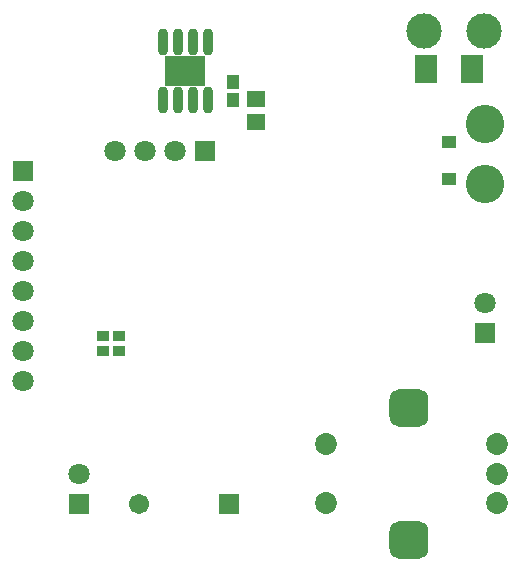
<source format=gbs>
G04*
G04 #@! TF.GenerationSoftware,Altium Limited,Altium Designer,21.3.2 (30)*
G04*
G04 Layer_Color=16711935*
%FSTAX24Y24*%
%MOIN*%
G70*
G04*
G04 #@! TF.SameCoordinates,587B8423-3D13-4A71-8966-67BAEF8921A1*
G04*
G04*
G04 #@! TF.FilePolarity,Negative*
G04*
G01*
G75*
%ADD46R,0.0415X0.0356*%
%ADD57R,0.0434X0.0454*%
%ADD62C,0.0710*%
%ADD63R,0.0710X0.0710*%
%ADD64R,0.0710X0.0710*%
G04:AMPARAMS|DCode=65|XSize=130mil|YSize=126.1mil|CornerRadius=33.5mil|HoleSize=0mil|Usage=FLASHONLY|Rotation=0.000|XOffset=0mil|YOffset=0mil|HoleType=Round|Shape=RoundedRectangle|*
%AMROUNDEDRECTD65*
21,1,0.1300,0.0591,0,0,0.0*
21,1,0.0630,0.1261,0,0,0.0*
1,1,0.0671,0.0315,-0.0295*
1,1,0.0671,-0.0315,-0.0295*
1,1,0.0671,-0.0315,0.0295*
1,1,0.0671,0.0315,0.0295*
%
%ADD65ROUNDEDRECTD65*%
%ADD66C,0.0730*%
%ADD67R,0.0671X0.0671*%
%ADD68C,0.0671*%
%ADD69C,0.1180*%
%ADD70C,0.1280*%
%ADD92R,0.0631X0.0552*%
%ADD93R,0.0454X0.0434*%
%ADD94R,0.0720X0.0980*%
%ADD95R,0.1379X0.1029*%
G04:AMPARAMS|DCode=96|XSize=85.6mil|YSize=31.6mil|CornerRadius=10.4mil|HoleSize=0mil|Usage=FLASHONLY|Rotation=270.000|XOffset=0mil|YOffset=0mil|HoleType=Round|Shape=RoundedRectangle|*
%AMROUNDEDRECTD96*
21,1,0.0856,0.0109,0,0,270.0*
21,1,0.0648,0.0316,0,0,270.0*
1,1,0.0208,-0.0054,-0.0324*
1,1,0.0208,-0.0054,0.0324*
1,1,0.0208,0.0054,0.0324*
1,1,0.0208,0.0054,-0.0324*
%
%ADD96ROUNDEDRECTD96*%
D46*
X03195Y027544D02*
D03*
Y028056D02*
D03*
X0325Y027544D02*
D03*
Y028056D02*
D03*
D57*
X0363Y036495D02*
D03*
Y035905D02*
D03*
D62*
X0447Y02915D02*
D03*
X03235Y0342D02*
D03*
X03335D02*
D03*
X03435D02*
D03*
X0293Y02655D02*
D03*
Y02755D02*
D03*
Y02855D02*
D03*
Y02955D02*
D03*
Y03055D02*
D03*
Y03155D02*
D03*
Y03255D02*
D03*
X03115Y02345D02*
D03*
D63*
X0447Y02815D02*
D03*
X0293Y03355D02*
D03*
X03115Y02245D02*
D03*
D64*
X03535Y0342D02*
D03*
D65*
X04215Y025655D02*
D03*
Y021245D02*
D03*
D66*
X039394Y024434D02*
D03*
Y022466D02*
D03*
X045103Y024434D02*
D03*
Y02345D02*
D03*
Y022466D02*
D03*
D67*
X03615Y02245D02*
D03*
D68*
X03315Y022445D02*
D03*
D69*
X04265Y0382D02*
D03*
X04465D02*
D03*
D70*
X0447Y0331D02*
D03*
Y0351D02*
D03*
D92*
X037049Y035926D02*
D03*
Y035178D02*
D03*
D93*
X0435Y03452D02*
D03*
Y03328D02*
D03*
D94*
X04273Y03695D02*
D03*
X04427D02*
D03*
D95*
X0347Y036874D02*
D03*
D96*
X03395Y0359D02*
D03*
X03445D02*
D03*
X03495D02*
D03*
X03545D02*
D03*
Y037849D02*
D03*
X03495D02*
D03*
X03445D02*
D03*
X03395D02*
D03*
M02*

</source>
